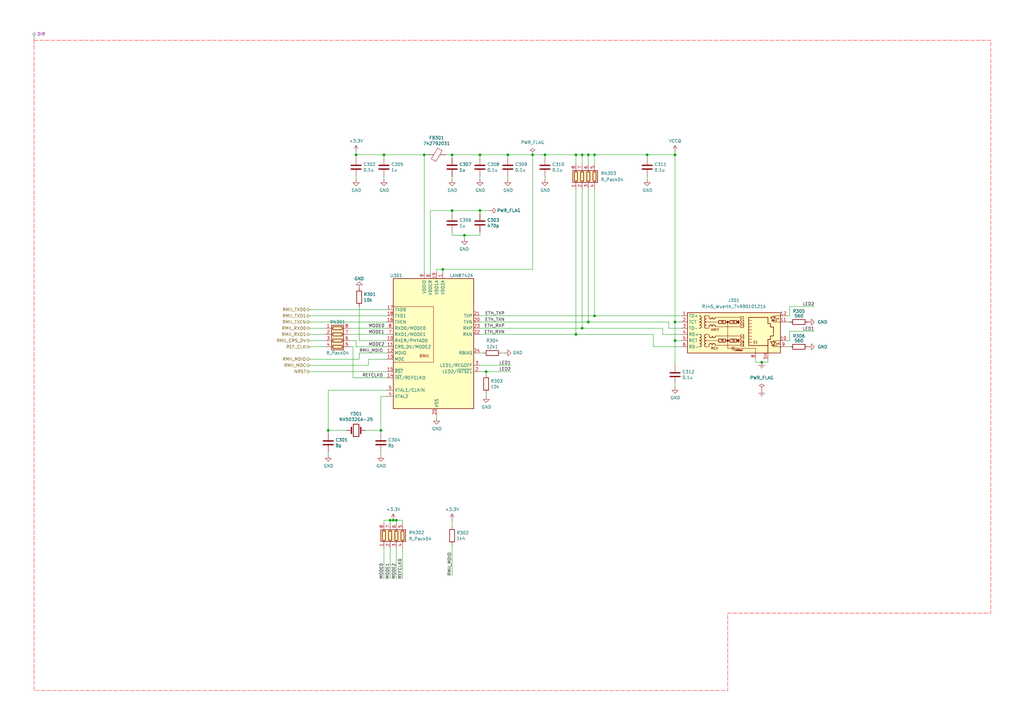
<source format=kicad_sch>
(kicad_sch (version 20250114) (generator "eeschema") (generator_version "9.0")
  (paper "A3")
  (lib_symbols
    (symbol "Connector:RJ45_Wuerth_7499010121A"
      (property "Reference" "J" (at 17.78 10.16 0))
      (property "Value" "RJ45_Wuerth_7499010121A" (at -6.35 10.16 0))
      (symbol "RJ45_Wuerth_7499010121A_0_0"
        (circle (center -1.27 5.08) (radius 0.0001) (stroke (width 0.508)))
        (polyline (pts (xy -1.27 5.08) (xy -1.27 -5.715)))
        (circle (center -1.27 -2.54) (radius 0.0001) (stroke (width 0.508)))
        (polyline (pts (xy 0.635 -5.08) (xy 0.635 -6.35)) (stroke (width 0.254)))
        (polyline (pts (xy 1.27 -5.08) (xy 1.27 -6.35)) (stroke (width 0.254)))
        (polyline (pts (xy 3.048 5.08) (xy 2.54 5.08)))
        (circle (center 3.048 5.08) (radius 0.0001) (stroke (width 0.508)))
        (polyline (pts (xy 3.048 -2.54) (xy 2.54 -2.54)))
        (circle (center 3.048 -2.54) (radius 0.0001) (stroke (width 0.508)))
        (polyline (pts (xy 3.683 5.715) (xy 3.048 5.715) (xy 3.048 4.445) (xy 3.683 4.445)))
        (polyline (pts (xy 3.683 -1.905) (xy 3.048 -1.905) (xy 3.048 -3.175) (xy 3.683 -3.175)))
        (polyline (pts (xy 17.399 7.112) (xy 17.399 7.62) (xy 20.32 7.62)))
        (polyline (pts (xy 17.399 -3.048) (xy 17.399 -2.54) (xy 20.32 -2.54)))
        (polyline (pts (xy 20.32 5.08) (xy 17.399 5.08) (xy 17.399 5.588)))
        (polyline (pts (xy 20.32 -5.08) (xy 17.399 -5.08) (xy 17.399 -4.572)))
        (text "XMIT" (at -8.255 1.905 0) (effects (font (size 1.016 1.016)) (justify left)))
        (text "RCV" (at -8.255 -5.715 0) (effects (font (size 1.016 1.016)) (justify left)))
        (text "C1" (at 4.699 6.985 0) (effects (font (size 0.889 0.889))))
        (text "C4" (at 4.699 5.715 0) (effects (font (size 0.889 0.889))))
        (text "C5" (at 4.699 4.445 0) (effects (font (size 0.889 0.889))))
        (text "C2" (at 4.699 3.175 0) (effects (font (size 0.889 0.889))))
        (text "C3" (at 4.699 -0.635 0) (effects (font (size 0.889 0.889))))
        (text "C7" (at 4.699 -1.905 0) (effects (font (size 0.889 0.889))))
        (text "C8" (at 4.699 -3.175 0) (effects (font (size 0.889 0.889))))
        (text "C6" (at 4.699 -4.445 0) (effects (font (size 0.889 0.889))))
        (text "C1" (at 10.16 -3.175 0) (effects (font (size 0.889 0.889))))
      )
      (symbol "RJ45_Wuerth_7499010121A_0_1"
        (rectangle (start -17.78 8.89) (end 20.32 -7.62) (stroke (width 0.254)) (fill (type background)))
        (polyline (pts (xy -12.7 7.62) (xy -13.081 7.62)))
        (polyline (pts (xy -12.7 5.08) (xy -13.081 5.08)))
        (polyline (pts (xy -12.7 2.54) (xy -13.081 2.54)))
        (polyline (pts (xy -12.7 0) (xy -13.081 0)))
        (polyline (pts (xy -12.7 -2.54) (xy -13.081 -2.54)))
        (polyline (pts (xy -12.7 -5.08) (xy -13.081 -5.08)))
        (polyline (pts (xy -10.16 7.62) (xy -8.89 7.62) (xy -8.89 6.985)))
        (polyline (pts (xy -10.16 0) (xy -8.89 0) (xy -8.89 -0.635)))
        (polyline (pts (xy -8.89 3.175) (xy -8.89 2.54) (xy -10.16 2.54)))
        (polyline (pts (xy -8.89 -4.445) (xy -8.89 -5.08) (xy -10.16 -5.08)))
        (polyline (pts (xy -6.35 6.985) (xy 3.683 6.985)))
        (polyline (pts (xy -6.35 3.175) (xy 3.683 3.175)))
        (polyline (pts (xy -6.35 -4.445) (xy 3.683 -4.445)))
        (polyline (pts (xy -6.223 -0.635) (xy 3.683 -0.635)))
        (polyline (pts (xy -5.08 -2.54) (xy -10.16 -2.54)))
        (polyline (pts (xy -4.953 5.08) (xy -10.16 5.08)))
        (polyline (pts (xy -2.159 5.08) (xy -0.381 5.08)))
        (polyline (pts (xy -2.159 -2.54) (xy -0.381 -2.54)))
        (polyline (pts (xy 0.635 -5.715) (xy -1.27 -5.715)))
        (polyline (pts (xy 7.366 3.175) (xy 8.636 3.175)))
        (polyline (pts (xy 7.366 1.905) (xy 8.636 1.905)))
        (polyline (pts (xy 7.366 0.635) (xy 8.636 0.635)))
        (polyline (pts (xy 7.366 -0.762) (xy 8.636 -0.762)))
        (polyline (pts (xy 7.366 -2.032) (xy 8.636 -2.032)))
        (polyline (pts (xy 8.636 5.715) (xy 7.366 5.715)))
        (polyline (pts (xy 8.636 4.445) (xy 7.366 4.445)))
        (polyline (pts (xy 8.636 -3.302) (xy 7.366 -3.302)))
        (polyline (pts (xy 10.16 -5.715) (xy 1.27 -5.715)))
        (polyline (pts (xy 10.16 -5.715) (xy 10.16 -7.62)))
      )
      (symbol "RJ45_Wuerth_7499010121A_1_0"
        (text "1000pF" (at 3.302 -6.477 0) (effects (font (size 0.635 0.635))))
      )
      (symbol "RJ45_Wuerth_7499010121A_1_1"
        (arc (start -12.7 0) (mid -12.0677 -0.635) (end -12.7 -1.27) (stroke (width 0.254)))
        (arc (start -12.6973 7.62) (mid -12.065 6.985) (end -12.6973 6.35) (stroke (width 0.254)))
        (arc (start -12.6973 -1.27) (mid -12.065 -1.905) (end -12.6973 -2.54) (stroke (width 0.254)))
        (arc (start -12.6973 -2.54) (mid -12.065 -3.175) (end -12.6973 -3.81) (stroke (width 0.254)))
        (arc (start -12.6973 -3.81) (mid -12.065 -4.445) (end -12.6973 -5.08) (stroke (width 0.254)))
        (arc (start -12.6946 6.35) (mid -12.0623 5.715) (end -12.6946 5.08) (stroke (width 0.254)))
        (arc (start -12.6946 5.08) (mid -12.0623 4.445) (end -12.6946 3.81) (stroke (width 0.254)))
        (arc (start -12.6946 3.81) (mid -12.0623 3.175) (end -12.6946 2.54) (stroke (width 0.254)))
        (arc (start -10.1654 6.35) (mid -10.7977 6.985) (end -10.1654 7.62) (stroke (width 0.254)))
        (arc (start -10.1654 5.08) (mid -10.7977 5.715) (end -10.1654 6.35) (stroke (width 0.254)))
        (arc (start -10.1654 3.81) (mid -10.7977 4.445) (end -10.1654 5.08) (stroke (width 0.254)))
        (arc (start -10.1654 -1.27) (mid -10.7977 -0.635) (end -10.1654 0) (stroke (width 0.254)))
        (arc (start -10.1654 -2.54) (mid -10.7977 -1.905) (end -10.1654 -1.27) (stroke (width 0.254)))
        (arc (start -10.1654 -3.81) (mid -10.7977 -3.175) (end -10.1654 -2.54) (stroke (width 0.254)))
        (arc (start -10.1627 2.54) (mid -10.795 3.175) (end -10.1627 3.81) (stroke (width 0.254)))
        (arc (start -10.1627 -5.08) (mid -10.795 -4.445) (end -10.1627 -3.81) (stroke (width 0.254)))
        (arc (start -7.62 6.9823) (mid -8.255 6.35) (end -8.89 6.9823) (stroke (width 0.254)))
        (arc (start -8.89 3.3047) (mid -8.255 3.937) (end -7.62 3.3047) (stroke (width 0.254)))
        (arc (start -8.89 -4.3153) (mid -8.255 -3.683) (end -7.62 -4.3153) (stroke (width 0.254)))
        (arc (start -7.5565 -0.7012) (mid -8.1915 -1.3335) (end -8.8265 -0.7012) (stroke (width 0.254)))
        (arc (start -6.35 6.985) (mid -6.985 6.3527) (end -7.62 6.985) (stroke (width 0.254)))
        (arc (start -7.62 3.3074) (mid -6.985 3.9397) (end -6.35 3.3074) (stroke (width 0.254)))
        (arc (start -7.62 -4.3126) (mid -6.985 -3.6803) (end -6.35 -4.3126) (stroke (width 0.254)))
        (arc (start -6.2865 -0.6985) (mid -6.9215 -1.3308) (end -7.5565 -0.6985) (stroke (width 0.254)))
        (rectangle (start -4.953 5.715) (end -2.159 4.445) (stroke (width 0.254)))
        (rectangle (start -4.953 -1.905) (end -2.159 -3.175) (stroke (width 0.254)))
        (rectangle (start -0.381 5.715) (end 2.413 4.445) (stroke (width 0.254)))
        (rectangle (start -0.381 -1.905) (end 2.413 -3.175) (stroke (width 0.254)))
        (polyline (pts (xy 7.366 -4.572) (xy 7.366 6.985) (xy 15.24 6.985) (xy 15.24 4.445) (xy 16.256 4.445) (xy 16.256 3.048) (xy 17.526 3.048) (xy 17.526 -0.635) (xy 16.256 -0.635) (xy 16.256 -2.032) (xy 15.24 -2.032) (xy 15.24 -4.572) (xy 7.366 -4.572)) (stroke (width 0.254)))
        (polyline (pts (xy 15.24 -7.62) (xy 15.24 -4.572)) (stroke (width 0.254)))
        (polyline (pts (xy 18.161 5.588) (xy 16.637 5.588)) (stroke (width 0.254)))
        (polyline (pts (xy 18.161 -4.572) (xy 16.637 -4.572)) (stroke (width 0.254)))
        (polyline (pts (xy 18.288 7.112) (xy 16.383 7.112) (xy 17.399 5.588) (xy 18.288 7.112)) (stroke (width 0.254)))
        (polyline (pts (xy 18.288 6.096) (xy 18.796 5.588) (xy 18.542 5.588)))
        (polyline (pts (xy 18.288 -3.048) (xy 16.383 -3.048) (xy 17.399 -4.572) (xy 18.288 -3.048)) (stroke (width 0.254)))
        (polyline (pts (xy 18.288 -4.064) (xy 18.796 -4.572) (xy 18.542 -4.572)))
        (polyline (pts (xy 18.542 6.731) (xy 19.05 6.223) (xy 18.796 6.223)))
        (polyline (pts (xy 18.542 -3.429) (xy 19.05 -3.937) (xy 18.796 -3.937)))
        (polyline (pts (xy 18.796 5.588) (xy 18.796 5.842)))
        (polyline (pts (xy 18.796 -4.572) (xy 18.796 -4.318)))
        (polyline (pts (xy 19.05 6.223) (xy 19.05 6.477)))
        (polyline (pts (xy 19.05 -3.937) (xy 19.05 -3.683)))
        (text "75" (at -3.556 5.08 0) (effects (font (size 0.635 0.635))))
        (text "75" (at -3.556 -2.54 0) (effects (font (size 0.635 0.635))))
        (text "75" (at 1.016 5.08 0) (effects (font (size 0.635 0.635))))
        (text "75" (at 1.016 -2.54 0) (effects (font (size 0.635 0.635))))
        (text "Y" (at 19.558 6.35 0) (effects (font (size 0.635 0.635))))
        (text "G" (at 19.685 -3.81 0) (effects (font (size 0.635 0.635))))
        (pin passive line (at -20.32 7.62 0) (length 2.54) (name "TD+") (number "1"))
        (pin passive line (at -20.32 5.08 0) (length 2.54) (name "TCT") (number "2"))
        (pin passive line (at -20.32 2.54 0) (length 2.54) (name "TD-") (number "3"))
        (pin passive line (at -20.32 0 0) (length 2.54) (name "RD+") (number "4"))
        (pin passive line (at -20.32 -2.54 0) (length 2.54) (name "RCT") (number "5"))
        (pin passive line (at -20.32 -5.08 0) (length 2.54) (name "RD-") (number "6"))
        (pin power_in line (at 10.16 -10.16 90) (length 2.54) (name "") (number "8"))
        (pin passive line (at 15.24 -10.16 90) (length 2.54) (name "") (number "SH"))
        (pin no_connect line (at 20.32 0 0) (length 0) (hide yes) (name "NC") (number "7"))
        (pin passive line (at 22.86 7.62 180) (length 2.54) (name "") (number "12"))
        (pin passive line (at 22.86 5.08 180) (length 2.54) (name "") (number "11"))
        (pin passive line (at 22.86 -2.54 180) (length 2.54) (name "") (number "10"))
        (pin passive line (at 22.86 -5.08 180) (length 2.54) (name "") (number "9"))
      )
    )
    (symbol "Device:C" (pin_numbers (hide yes)) (pin_names (offset 0.254))
      (property "Reference" "C" (at 0.635 2.54 0))
      (property "Value" "C" (at 0.635 -2.54 0))
      (symbol "C_0_1"
        (polyline (pts (xy -2.032 0.762) (xy 2.032 0.762)) (stroke (width 0.508)))
        (polyline (pts (xy -2.032 -0.762) (xy 2.032 -0.762)) (stroke (width 0.508)))
      )
      (symbol "C_1_1"
        (pin passive line (at 0 3.81 270) (length 2.794) (name "~") (number "1"))
        (pin passive line (at 0 -3.81 90) (length 2.794) (name "~") (number "2"))
      )
    )
    (symbol "Device:Crystal" (pin_numbers (hide yes)) (pin_names (offset 1.016) (hide yes))
      (property "Reference" "Y" (at 0 3.81 0))
      (property "Value" "Crystal" (at 0 -3.81 0))
      (symbol "Crystal_0_1"
        (polyline (pts (xy -2.54 0) (xy -1.905 0)))
        (polyline (pts (xy -1.905 -1.27) (xy -1.905 1.27)) (stroke (width 0.508)))
        (rectangle (start -1.143 2.54) (end 1.143 -2.54) (stroke (width 0.3048)))
        (polyline (pts (xy 1.905 -1.27) (xy 1.905 1.27)) (stroke (width 0.508)))
        (polyline (pts (xy 2.54 0) (xy 1.905 0)))
      )
      (symbol "Crystal_1_1"
        (pin passive line (at -3.81 0 0) (length 1.27) (name "1") (number "1"))
        (pin passive line (at 3.81 0 180) (length 1.27) (name "2") (number "2"))
      )
    )
    (symbol "Device:FerriteBead" (pin_numbers (hide yes)) (pin_names (offset 0))
      (property "Reference" "FB" (at -3.81 0.635 90))
      (property "Value" "FerriteBead" (at 3.81 0 90))
      (symbol "FerriteBead_0_1"
        (polyline (pts (xy -2.7686 0.4064) (xy -1.7018 2.2606) (xy 2.7686 -0.3048) (xy 1.6764 -2.159) (xy -2.7686 0.4064)))
        (polyline (pts (xy 0 1.27) (xy 0 1.2954)))
        (polyline (pts (xy 0 -1.27) (xy 0 -1.2192)))
      )
      (symbol "FerriteBead_1_1"
        (pin passive line (at 0 3.81 270) (length 2.54) (name "~") (number "1"))
        (pin passive line (at 0 -3.81 90) (length 2.54) (name "~") (number "2"))
      )
    )
    (symbol "Device:R" (pin_numbers (hide yes)) (pin_names (offset 0))
      (property "Reference" "R" (at 2.032 0 90))
      (property "Value" "R" (at 0 0 90))
      (symbol "R_0_1"
        (rectangle (start -1.016 -2.54) (end 1.016 2.54) (stroke (width 0.254)))
      )
      (symbol "R_1_1"
        (pin passive line (at 0 3.81 270) (length 1.27) (name "~") (number "1"))
        (pin passive line (at 0 -3.81 90) (length 1.27) (name "~") (number "2"))
      )
    )
    (symbol "Device:R_Pack04" (pin_names (offset 0) (hide yes))
      (property "Reference" "RN" (at -7.62 0 90))
      (property "Value" "R_Pack04" (at 5.08 0 90))
      (symbol "R_Pack04_0_1"
        (rectangle (start -6.35 -2.413) (end 3.81 2.413) (stroke (width 0.254)) (fill (type background)))
        (rectangle (start -5.715 1.905) (end -4.445 -1.905) (stroke (width 0.254)))
        (polyline (pts (xy -5.08 1.905) (xy -5.08 2.54)))
        (polyline (pts (xy -5.08 -2.54) (xy -5.08 -1.905)))
        (rectangle (start -3.175 1.905) (end -1.905 -1.905) (stroke (width 0.254)))
        (polyline (pts (xy -2.54 1.905) (xy -2.54 2.54)))
        (polyline (pts (xy -2.54 -2.54) (xy -2.54 -1.905)))
        (rectangle (start -0.635 1.905) (end 0.635 -1.905) (stroke (width 0.254)))
        (polyline (pts (xy 0 1.905) (xy 0 2.54)))
        (polyline (pts (xy 0 -2.54) (xy 0 -1.905)))
        (rectangle (start 1.905 1.905) (end 3.175 -1.905) (stroke (width 0.254)))
        (polyline (pts (xy 2.54 1.905) (xy 2.54 2.54)))
        (polyline (pts (xy 2.54 -2.54) (xy 2.54 -1.905)))
      )
      (symbol "R_Pack04_1_1"
        (pin passive line (at -5.08 5.08 270) (length 2.54) (name "R1.2") (number "8"))
        (pin passive line (at -5.08 -5.08 90) (length 2.54) (name "R1.1") (number "1"))
        (pin passive line (at -2.54 5.08 270) (length 2.54) (name "R2.2") (number "7"))
        (pin passive line (at -2.54 -5.08 90) (length 2.54) (name "R2.1") (number "2"))
        (pin passive line (at 0 5.08 270) (length 2.54) (name "R3.2") (number "6"))
        (pin passive line (at 0 -5.08 90) (length 2.54) (name "R3.1") (number "3"))
        (pin passive line (at 2.54 5.08 270) (length 2.54) (name "R4.2") (number "5"))
        (pin passive line (at 2.54 -5.08 90) (length 2.54) (name "R4.1") (number "4"))
      )
    )
    (symbol "Interface_Ethernet:LAN8742A"
      (property "Reference" "U" (at -13.97 29.21 0))
      (property "Value" "LAN8742A" (at 15.24 29.21 0))
      (symbol "LAN8742A_0_0"
        (text "RMII" (at -5.08 -3.81 0) (effects (font (size 1.27 1.27))))
      )
      (symbol "LAN8742A_0_1"
        (rectangle (start -17.78 27.94) (end 15.24 -25.4) (stroke (width 0.254)) (fill (type background)))
        (polyline (pts (xy -17.78 -6.35) (xy -1.27 -6.35) (xy -1.27 16.51) (xy -17.78 16.51)))
      )
      (symbol "LAN8742A_1_1"
        (pin input line (at -20.32 15.24 0) (length 2.54) (name "TXD0") (number "17"))
        (pin input line (at -20.32 12.7 0) (length 2.54) (name "TXD1") (number "18"))
        (pin input line (at -20.32 10.16 0) (length 2.54) (name "TXEN") (number "16"))
        (pin bidirectional line (at -20.32 7.62 0) (length 2.54) (name "RXD0/MODE0") (number "8"))
        (pin bidirectional line (at -20.32 5.08 0) (length 2.54) (name "RXD1/MODE1") (number "7"))
        (pin output line (at -20.32 2.54 0) (length 2.54) (name "RXER/PHYAD0") (number "10"))
        (pin bidirectional line (at -20.32 0 0) (length 2.54) (name "CRS_DV/MODE2") (number "11"))
        (pin bidirectional line (at -20.32 -2.54 0) (length 2.54) (name "MDIO") (number "12"))
        (pin input line (at -20.32 -5.08 0) (length 2.54) (name "MDC") (number "13"))
        (pin input line (at -20.32 -10.16 0) (length 2.54) (name "~{RST}") (number "15"))
        (pin output line (at -20.32 -12.7 0) (length 2.54) (name "~{INT}/REFCLKO") (number "14"))
        (pin input line (at -20.32 -17.78 0) (length 2.54) (name "XTAL1/CLKIN") (number "5"))
        (pin output line (at -20.32 -20.32 0) (length 2.54) (name "XTAL2") (number "4"))
        (pin power_in line (at -5.08 30.48 270) (length 2.54) (name "VDDIO") (number "9"))
        (pin power_in line (at -2.54 30.48 270) (length 2.54) (name "VDDCR") (number "6"))
        (pin power_in line (at 0 30.48 270) (length 2.54) (name "VDD1A") (number "19"))
        (pin power_in line (at 0 -27.94 90) (length 2.54) (name "VSS") (number "25"))
        (pin power_in line (at 2.54 30.48 270) (length 2.54) (name "VDD2A") (number "1"))
        (pin passive line (at 17.78 12.7 180) (length 2.54) (name "TXP") (number "21"))
        (pin passive line (at 17.78 10.16 180) (length 2.54) (name "TXN") (number "20"))
        (pin passive line (at 17.78 7.62 180) (length 2.54) (name "RXP") (number "23"))
        (pin passive line (at 17.78 5.08 180) (length 2.54) (name "RXN") (number "22"))
        (pin passive line (at 17.78 -2.54 180) (length 2.54) (name "RBIAS") (number "24"))
        (pin bidirectional line (at 17.78 -7.62 180) (length 2.54) (name "LED1/REGOFF") (number "3"))
        (pin bidirectional line (at 17.78 -10.16 180) (length 2.54) (name "LED2/~{INTSEL}") (number "2"))
      )
    )
    (symbol "power:+3.3V" (power) (pin_numbers (hide yes)) (pin_names (offset 0) (hide yes))
      (property "Value" "+3.3V" (at 0 3.556 0))
      (symbol "+3.3V_0_1"
        (polyline (pts (xy -0.762 1.27) (xy 0 2.54)))
        (polyline (pts (xy 0 2.54) (xy 0.762 1.27)))
        (polyline (pts (xy 0 0) (xy 0 2.54)))
      )
      (symbol "+3.3V_1_1"
        (pin power_in line (at 0 0 90) (length 0) (name "~") (number "1"))
      )
    )
    (symbol "power:Earth" (power) (pin_numbers (hide yes)) (pin_names (offset 0) (hide yes))
      (property "Value" "Earth" (at 0 -3.81 0))
      (symbol "Earth_0_1"
        (polyline (pts (xy -0.635 -1.905) (xy 0.635 -1.905)))
        (polyline (pts (xy -0.127 -2.54) (xy 0.127 -2.54)))
        (polyline (pts (xy 0 -1.27) (xy 0 0)))
        (polyline (pts (xy 1.27 -1.27) (xy -1.27 -1.27)))
      )
      (symbol "Earth_1_1"
        (pin power_in line (at 0 0 270) (length 0) (name "~") (number "1"))
      )
    )
    (symbol "power:GND" (power) (pin_numbers (hide yes)) (pin_names (offset 0) (hide yes))
      (property "Value" "GND" (at 0 -3.81 0))
      (symbol "GND_0_1"
        (polyline (pts (xy 0 0) (xy 0 -1.27) (xy 1.27 -1.27) (xy 0 -2.54) (xy -1.27 -1.27) (xy 0 -1.27)))
      )
      (symbol "GND_1_1"
        (pin power_in line (at 0 0 270) (length 0) (name "~") (number "1"))
      )
    )
    (symbol "power:PWR_FLAG" (power) (pin_numbers (hide yes)) (pin_names (offset 0) (hide yes))
      (property "Value" "PWR_FLAG" (at 0 3.81 0))
      (symbol "PWR_FLAG_0_0"
        (pin power_out line (at 0 0 90) (length 0) (name "~") (number "1"))
      )
      (symbol "PWR_FLAG_0_1"
        (polyline (pts (xy 0 0) (xy 0 1.27) (xy -1.016 1.905) (xy 0 2.54) (xy 1.016 1.905) (xy 0 1.27)))
      )
    )
    (symbol "power:VCCQ" (power) (pin_numbers (hide yes)) (pin_names (offset 0) (hide yes))
      (property "Value" "VCCQ" (at 0 3.556 0))
      (symbol "VCCQ_0_1"
        (polyline (pts (xy -0.762 1.27) (xy 0 2.54)))
        (polyline (pts (xy 0 2.54) (xy 0.762 1.27)))
        (polyline (pts (xy 0 0) (xy 0 2.54)))
      )
      (symbol "VCCQ_1_1"
        (pin power_in line (at 0 0 90) (length 0) (name "~") (number "1"))
      )
    )
  )
  (junction (at 156.21 176.53))
  (junction (at 160.02 213.36))
  (junction (at 199.39 152.4))
  (junction (at 196.85 63.5))
  (junction (at 241.3 132.08))
  (junction (at 223.52 63.5))
  (junction (at 241.3 63.5))
  (junction (at 146.05 63.5))
  (junction (at 134.62 176.53))
  (junction (at 243.84 63.5))
  (junction (at 238.76 63.5))
  (junction (at 185.42 63.5))
  (junction (at 173.99 63.5))
  (junction (at 157.48 63.5))
  (junction (at 243.84 129.54))
  (junction (at 218.44 63.5))
  (junction (at 265.43 63.5))
  (junction (at 208.28 63.5))
  (junction (at 312.42 148.59))
  (junction (at 236.22 137.16))
  (junction (at 276.86 132.08))
  (junction (at 238.76 134.62))
  (junction (at 185.42 86.36))
  (junction (at 236.22 63.5))
  (junction (at 181.61 110.49))
  (junction (at 276.86 63.5))
  (junction (at 276.86 139.7))
  (junction (at 161.29 213.36))
  (junction (at 162.56 213.36))
  (junction (at 196.85 86.36))
  (junction (at 190.5 96.52))
  (wire (pts (xy 185.42 64.77) (xy 185.42 63.5)))
  (wire (pts (xy 199.39 162.56) (xy 199.39 161.29)))
  (wire (pts (xy 196.85 137.16) (xy 236.22 137.16)))
  (wire (pts (xy 133.35 134.62) (xy 127 134.62)))
  (wire (pts (xy 157.48 73.66) (xy 157.48 72.39)))
  (wire (pts (xy 190.5 96.52) (xy 190.5 97.79)))
  (wire (pts (xy 160.02 213.36) (xy 160.02 214.63)))
  (wire (pts (xy 309.88 147.32) (xy 309.88 148.59)))
  (wire (pts (xy 198.12 144.78) (xy 196.85 144.78)))
  (wire (pts (xy 276.86 139.7) (xy 276.86 132.08)))
  (wire (pts (xy 243.84 63.5) (xy 265.43 63.5)))
  (wire (pts (xy 223.52 73.66) (xy 223.52 72.39)))
  (wire (pts (xy 223.52 63.5) (xy 236.22 63.5)))
  (wire (pts (xy 127 137.16) (xy 133.35 137.16)))
  (wire (pts (xy 218.44 110.49) (xy 218.44 63.5)))
  (wire (pts (xy 173.99 63.5) (xy 173.99 111.76)))
  (wire (pts (xy 173.99 63.5) (xy 175.26 63.5)))
  (wire (pts (xy 127 127) (xy 158.75 127)))
  (wire (pts (xy 196.85 95.25) (xy 196.85 96.52)))
  (wire (pts (xy 157.48 63.5) (xy 173.99 63.5)))
  (wire (pts (xy 127 132.08) (xy 158.75 132.08)))
  (wire (pts (xy 271.78 134.62) (xy 271.78 137.16)))
  (wire (pts (xy 196.85 86.36) (xy 200.66 86.36)))
  (wire (pts (xy 276.86 158.75) (xy 276.86 157.48)))
  (wire (pts (xy 243.84 129.54) (xy 279.4 129.54)))
  (wire (pts (xy 127 147.32) (xy 147.32 147.32)))
  (wire (pts (xy 241.3 77.47) (xy 241.3 132.08)))
  (wire (pts (xy 162.56 224.79) (xy 162.56 237.49)))
  (wire (pts (xy 127 142.24) (xy 133.35 142.24)))
  (wire (pts (xy 265.43 73.66) (xy 265.43 72.39)))
  (wire (pts (xy 134.62 185.42) (xy 134.62 186.69)))
  (wire (pts (xy 208.28 73.66) (xy 208.28 72.39)))
  (wire (pts (xy 185.42 87.63) (xy 185.42 86.36)))
  (wire (pts (xy 276.86 149.86) (xy 276.86 139.7)))
  (wire (pts (xy 196.85 73.66) (xy 196.85 72.39)))
  (wire (pts (xy 241.3 63.5) (xy 241.3 67.31)))
  (wire (pts (xy 265.43 63.5) (xy 276.86 63.5)))
  (wire (pts (xy 199.39 152.4) (xy 209.55 152.4)))
  (wire (pts (xy 185.42 86.36) (xy 176.53 86.36)))
  (wire (pts (xy 146.05 62.23) (xy 146.05 63.5)))
  (wire (pts (xy 322.58 142.24) (xy 323.85 142.24)))
  (wire (pts (xy 218.44 63.5) (xy 223.52 63.5)))
  (wire (pts (xy 238.76 63.5) (xy 238.76 67.31)))
  (wire (pts (xy 143.51 137.16) (xy 158.75 137.16)))
  (wire (pts (xy 322.58 132.08) (xy 323.85 132.08)))
  (wire (pts (xy 334.01 125.73) (xy 323.85 125.73)))
  (wire (pts (xy 238.76 77.47) (xy 238.76 134.62)))
  (wire (pts (xy 156.21 176.53) (xy 156.21 162.56)))
  (wire (pts (xy 179.07 171.45) (xy 179.07 170.18)))
  (wire (pts (xy 157.48 213.36) (xy 160.02 213.36)))
  (wire (pts (xy 276.86 63.5) (xy 276.86 132.08)))
  (wire (pts (xy 157.48 214.63) (xy 157.48 213.36)))
  (wire (pts (xy 127 139.7) (xy 133.35 139.7)))
  (wire (pts (xy 309.88 148.59) (xy 312.42 148.59)))
  (wire (pts (xy 147.32 125.73) (xy 147.32 139.7)))
  (wire (pts (xy 127 149.86) (xy 151.13 149.86)))
  (wire (pts (xy 165.1 224.79) (xy 165.1 237.49)))
  (wire (pts (xy 162.56 213.36) (xy 162.56 214.63)))
  (wire (pts (xy 144.78 154.94) (xy 158.75 154.94)))
  (wire (pts (xy 196.85 152.4) (xy 199.39 152.4)))
  (wire (pts (xy 323.85 129.54) (xy 323.85 125.73)))
  (wire (pts (xy 196.85 64.77) (xy 196.85 63.5)))
  (wire (pts (xy 158.75 139.7) (xy 147.32 139.7)))
  (wire (pts (xy 312.42 148.59) (xy 314.96 148.59)))
  (wire (pts (xy 144.78 142.24) (xy 144.78 154.94)))
  (wire (pts (xy 208.28 63.5) (xy 196.85 63.5)))
  (wire (pts (xy 196.85 129.54) (xy 243.84 129.54)))
  (wire (pts (xy 156.21 162.56) (xy 158.75 162.56)))
  (wire (pts (xy 223.52 64.77) (xy 223.52 63.5)))
  (wire (pts (xy 265.43 64.77) (xy 265.43 63.5)))
  (wire (pts (xy 196.85 96.52) (xy 190.5 96.52)))
  (wire (pts (xy 157.48 64.77) (xy 157.48 63.5)))
  (wire (pts (xy 151.13 147.32) (xy 158.75 147.32)))
  (wire (pts (xy 156.21 177.8) (xy 156.21 176.53)))
  (wire (pts (xy 322.58 129.54) (xy 323.85 129.54)))
  (wire (pts (xy 218.44 63.5) (xy 208.28 63.5)))
  (wire (pts (xy 276.86 132.08) (xy 279.4 132.08)))
  (wire (pts (xy 127 152.4) (xy 158.75 152.4)))
  (wire (pts (xy 185.42 223.52) (xy 185.42 236.22)))
  (wire (pts (xy 156.21 186.69) (xy 156.21 185.42)))
  (wire (pts (xy 143.51 134.62) (xy 158.75 134.62)))
  (wire (pts (xy 238.76 63.5) (xy 241.3 63.5)))
  (wire (pts (xy 147.32 147.32) (xy 147.32 144.78)))
  (wire (pts (xy 160.02 224.79) (xy 160.02 237.49)))
  (wire (pts (xy 185.42 63.5) (xy 182.88 63.5)))
  (wire (pts (xy 185.42 215.9) (xy 185.42 213.36)))
  (wire (pts (xy 143.51 142.24) (xy 144.78 142.24)))
  (wire (pts (xy 146.05 63.5) (xy 157.48 63.5)))
  (wire (pts (xy 243.84 77.47) (xy 243.84 129.54)))
  (wire (pts (xy 236.22 137.16) (xy 267.97 137.16)))
  (wire (pts (xy 276.86 139.7) (xy 279.4 139.7)))
  (wire (pts (xy 179.07 110.49) (xy 181.61 110.49)))
  (wire (pts (xy 274.32 134.62) (xy 279.4 134.62)))
  (wire (pts (xy 161.29 213.36) (xy 162.56 213.36)))
  (wire (pts (xy 134.62 160.02) (xy 134.62 176.53)))
  (wire (pts (xy 181.61 110.49) (xy 181.61 111.76)))
  (wire (pts (xy 196.85 63.5) (xy 185.42 63.5)))
  (wire (pts (xy 236.22 77.47) (xy 236.22 137.16)))
  (wire (pts (xy 158.75 160.02) (xy 134.62 160.02)))
  (wire (pts (xy 160.02 213.36) (xy 161.29 213.36)))
  (wire (pts (xy 334.01 135.89) (xy 323.85 135.89)))
  (wire (pts (xy 146.05 142.24) (xy 158.75 142.24)))
  (wire (pts (xy 181.61 110.49) (xy 218.44 110.49)))
  (wire (pts (xy 267.97 137.16) (xy 267.97 142.24)))
  (wire (pts (xy 236.22 63.5) (xy 236.22 67.31)))
  (wire (pts (xy 314.96 147.32) (xy 314.96 148.59)))
  (wire (pts (xy 323.85 135.89) (xy 323.85 139.7)))
  (wire (pts (xy 196.85 134.62) (xy 238.76 134.62)))
  (wire (pts (xy 274.32 132.08) (xy 274.32 134.62)))
  (wire (pts (xy 207.01 144.78) (xy 205.74 144.78)))
  (wire (pts (xy 196.85 132.08) (xy 241.3 132.08)))
  (wire (pts (xy 322.58 139.7) (xy 323.85 139.7)))
  (wire (pts (xy 143.51 139.7) (xy 146.05 139.7)))
  (wire (pts (xy 238.76 134.62) (xy 271.78 134.62)))
  (wire (pts (xy 162.56 213.36) (xy 165.1 213.36)))
  (wire (pts (xy 271.78 137.16) (xy 279.4 137.16)))
  (wire (pts (xy 149.86 176.53) (xy 156.21 176.53)))
  (wire (pts (xy 243.84 63.5) (xy 243.84 67.31)))
  (wire (pts (xy 146.05 73.66) (xy 146.05 72.39)))
  (wire (pts (xy 147.32 144.78) (xy 158.75 144.78)))
  (wire (pts (xy 196.85 86.36) (xy 185.42 86.36)))
  (wire (pts (xy 241.3 63.5) (xy 243.84 63.5)))
  (wire (pts (xy 241.3 132.08) (xy 274.32 132.08)))
  (wire (pts (xy 190.5 96.52) (xy 185.42 96.52)))
  (wire (pts (xy 185.42 96.52) (xy 185.42 95.25)))
  (wire (pts (xy 146.05 64.77) (xy 146.05 63.5)))
  (wire (pts (xy 276.86 62.23) (xy 276.86 63.5)))
  (wire (pts (xy 165.1 213.36) (xy 165.1 214.63)))
  (wire (pts (xy 134.62 176.53) (xy 142.24 176.53)))
  (wire (pts (xy 199.39 153.67) (xy 199.39 152.4)))
  (wire (pts (xy 127 129.54) (xy 158.75 129.54)))
  (wire (pts (xy 134.62 177.8) (xy 134.62 176.53)))
  (wire (pts (xy 196.85 149.86) (xy 209.55 149.86)))
  (wire (pts (xy 196.85 86.36) (xy 196.85 87.63)))
  (wire (pts (xy 236.22 63.5) (xy 238.76 63.5)))
  (wire (pts (xy 208.28 64.77) (xy 208.28 63.5)))
  (wire (pts (xy 179.07 111.76) (xy 179.07 110.49)))
  (wire (pts (xy 151.13 149.86) (xy 151.13 147.32)))
  (wire (pts (xy 267.97 142.24) (xy 279.4 142.24)))
  (wire (pts (xy 185.42 73.66) (xy 185.42 72.39)))
  (wire (pts (xy 176.53 86.36) (xy 176.53 111.76)))
  (wire (pts (xy 157.48 224.79) (xy 157.48 237.49)))
  (wire (pts (xy 146.05 139.7) (xy 146.05 142.24)))
  (label "ETH_TXP" (at 207.01 129.54 180))
  (label "MODE1" (at 160.02 237.49 90))
  (label "LED1" (at 334.01 135.89 180))
  (label "RMII_MDIO" (at 147.32 144.78 0))
  (label "LED2" (at 334.01 125.73 180))
  (label "MODE0" (at 157.48 237.49 90))
  (label "ETH_RXP" (at 207.01 134.62 180))
  (label "ETH_RXN" (at 207.01 137.16 180))
  (label "LED1" (at 209.55 149.86 180))
  (label "MODE1" (at 151.13 137.16 0))
  (label "MODE2" (at 151.13 142.24 0))
  (label "MODE0" (at 151.13 134.62 0))
  (label "RMII_MDIO" (at 185.42 236.22 90))
  (label "LED2" (at 209.55 152.4 180))
  (label "REFCLK0" (at 148.59 154.94 0))
  (label "REFCLK0" (at 165.1 237.49 90))
  (label "MODE2" (at 162.56 237.49 90))
  (label "ETH_TXN" (at 207.01 132.08 180))
  (hierarchical_label "RMII_TXD1" (shape bidirectional) (at 127 129.54 180))
  (hierarchical_label "REF_CLK" (shape bidirectional) (at 127 142.24 180))
  (hierarchical_label "RMII_MDIO" (shape bidirectional) (at 127 147.32 180))
  (hierarchical_label "RMII_CRS_DV" (shape bidirectional) (at 127 139.7 180))
  (hierarchical_label "RMII_RXD1" (shape bidirectional) (at 127 137.16 180))
  (hierarchical_label "RMII_MDC" (shape bidirectional) (at 127 149.86 180))
  (hierarchical_label "RMII_TXD0" (shape bidirectional) (at 127 127 180))
  (hierarchical_label "RMII_TXEN" (shape bidirectional) (at 127 132.08 180))
  (hierarchical_label "NRST" (shape bidirectional) (at 127 152.4 180))
  (hierarchical_label "RMII_RXD0" (shape bidirectional) (at 127 134.62 180))
  (rule_area (polyline (pts (xy 13.97 16.51) (xy 406.4 16.51) (xy 406.4 251.46) (xy 298.45 251.46) (xy 298.45 251.46) (xy 298.45 283.21) (xy 13.97 283.21)) (stroke (width 0) (type dash))))
  (netclass_flag "" (length 2.54) (shape round) (at 13.97 16.51 0) (property "Netclass" "DIR" (at 15.24 13.97 0) (effects (justify left))))
  (symbol (lib_id "Device:C") (at 156.21 181.61 0) (unit 1)
    (property "Reference" "C28" (at 159.131 180.4416 0) (effects (justify left)))
    (property "Value" "8p" (at 159.131 182.753 0) (effects (justify left)))
    (property "Footprint" "Capacitor_SMD:C_0603_1608Metric_Pad1.08x0.95mm_HandSolder" (effects (hide yes)))
    (instances (project "ETH1HMSR-SMS" (path "" (reference "C304") (unit 1))) (project "ETH1HMSR-SMS" (path "" (reference "C28") (unit 1))) (project "ETH1IRCAM1" (path "" (reference "C304") (unit 1))))
  )
  (symbol (lib_id "Device:R") (at 185.42 219.71 0) (unit 1)
    (property "Reference" "R11" (at 187.198 218.5416 0) (effects (justify left)))
    (property "Value" "1k4" (at 187.198 220.853 0) (effects (justify left)))
    (property "Footprint" "Resistor_SMD:R_0603_1608Metric_Pad0.98x0.95mm_HandSolder" (effects (hide yes)))
    (instances (project "ETH1HMSR-SMS" (path "" (reference "R302") (unit 1))) (project "ETH1HMSR-SMS" (path "" (reference "R11") (unit 1))) (project "ETH1IRCAM1" (path "" (reference "R310") (unit 1))))
  )
  (symbol (lib_id "Device:C") (at 196.85 68.58 0) (unit 1)
    (property "Reference" "C20" (at 199.771 67.4116 0) (effects (justify left)))
    (property "Value" "0.1u" (at 199.771 69.723 0) (effects (justify left)))
    (property "Footprint" "Capacitor_SMD:C_0603_1608Metric_Pad1.08x0.95mm_HandSolder" (effects (hide yes)))
    (instances (project "ETH1HMSR-SMS" (path "" (reference "C308") (unit 1))) (project "ETH1HMSR-SMS" (path "" (reference "C20") (unit 1))) (project "ETH1IRCAM1" (path "" (reference "C308") (unit 1))))
  )
  (symbol (lib_id "power:PWR_FLAG") (at 312.42 160.02 0) (unit 1)
    (property "Reference" "#FLG05" (effects (hide yes)))
    (property "Value" "PWR_FLAG" (at 312.42 154.94 0))
    (property "Description" "Special symbol for telling ERC where power comes from" (effects (hide yes)))
    (instances (project "ETH1HMSR-SMS" (path "" (reference "#FLG0304") (unit 1))) (project "ETH1HMSR-SMS" (path "" (reference "#FLG05") (unit 1))) (project "ETH1IRCAM1" (path "" (reference "#FLG0303") (unit 1))))
  )
  (symbol (lib_id "Device:R") (at 327.66 132.08 90) (unit 1)
    (property "Reference" "R7" (at 327.66 127.635 90))
    (property "Value" "560" (at 327.66 129.54 90))
    (property "Footprint" "Resistor_SMD:R_0603_1608Metric_Pad0.98x0.95mm_HandSolder" (effects (hide yes)))
    (instances (project "ETH1HMSR-SMS" (path "" (reference "R305") (unit 1))) (project "ETH1HMSR-SMS" (path "" (reference "R7") (unit 1))) (project "ETH1IRCAM1" (path "" (reference "R317") (unit 1))))
  )
  (symbol (lib_id "power:GND") (at 265.43 73.66 0) (unit 1)
    (property "Reference" "#PWR037" (effects (hide yes)))
    (property "Value" "GND" (at 265.557 78.0542 0))
    (property "Description" "Power symbol creates a global label with name \"GND\" , ground" (effects (hide yes)))
    (instances (project "ETH1HMSR-SMS" (path "" (reference "#PWR0317") (unit 1))) (project "ETH1HMSR-SMS" (path "" (reference "#PWR037") (unit 1))) (project "ETH1IRCAM1" (path "" (reference "#PWR0316") (unit 1))))
  )
  (symbol (lib_id "power:+3.3V") (at 146.05 62.23 0) (unit 1)
    (property "Reference" "#PWR029" (effects (hide yes)))
    (property "Value" "+3.3V" (at 146.05 57.785 0))
    (property "Description" "Power symbol creates a global label with name \"+3.3V\"" (effects (hide yes)))
    (instances (project "ETH1HMSR-SMS" (path "" (reference "#PWR0302") (unit 1))) (project "ETH1HMSR-SMS" (path "" (reference "#PWR029") (unit 1))) (project "ETH1IRCAM1" (path "" (reference "#PWR0303") (unit 1))))
  )
  (symbol (lib_id "Device:C") (at 185.42 68.58 0) (unit 1)
    (property "Reference" "C19" (at 188.341 67.4116 0) (effects (justify left)))
    (property "Value" "1u" (at 188.341 69.723 0) (effects (justify left)))
    (property "Footprint" "Capacitor_SMD:C_0603_1608Metric_Pad1.08x0.95mm_HandSolder" (effects (hide yes)))
    (instances (project "ETH1HMSR-SMS" (path "" (reference "C307") (unit 1))) (project "ETH1HMSR-SMS" (path "" (reference "C19") (unit 1))) (project "ETH1IRCAM1" (path "" (reference "C307") (unit 1))))
  )
  (symbol (lib_id "power:+3.3V") (at 161.29 213.36 0) (unit 1)
    (property "Reference" "#PWR050" (effects (hide yes)))
    (property "Value" "+3.3V" (at 161.29 208.915 0))
    (property "Description" "Power symbol creates a global label with name \"+3.3V\"" (effects (hide yes)))
    (instances (project "ETH1HMSR-SMS" (path "" (reference "#PWR0308") (unit 1))) (project "ETH1HMSR-SMS" (path "" (reference "#PWR050") (unit 1))) (project "ETH1IRCAM1" (path "" (reference "#PWR0309") (unit 1))))
  )
  (symbol (lib_id "Device:C") (at 196.85 91.44 0) (unit 1)
    (property "Reference" "C25" (at 199.771 90.2716 0) (effects (justify left)))
    (property "Value" "470p" (at 199.771 92.583 0) (effects (justify left)))
    (property "Footprint" "Capacitor_SMD:C_0603_1608Metric_Pad1.08x0.95mm_HandSolder" (effects (hide yes)))
    (instances (project "ETH1HMSR-SMS" (path "" (reference "C303") (unit 1))) (project "ETH1HMSR-SMS" (path "" (reference "C25") (unit 1))) (project "ETH1IRCAM1" (path "" (reference "C303") (unit 1))))
  )
  (symbol (lib_id "power:GND") (at 179.07 171.45 0) (unit 1)
    (property "Reference" "#PWR047" (effects (hide yes)))
    (property "Value" "GND" (at 179.197 175.8442 0))
    (property "Description" "Power symbol creates a global label with name \"GND\" , ground" (effects (hide yes)))
    (instances (project "ETH1HMSR-SMS" (path "" (reference "#PWR0309") (unit 1))) (project "ETH1HMSR-SMS" (path "" (reference "#PWR047") (unit 1))) (project "ETH1IRCAM1" (path "" (reference "#PWR0308") (unit 1))))
  )
  (symbol (lib_id "Device:C") (at 134.62 181.61 0) (unit 1)
    (property "Reference" "C27" (at 137.541 180.4416 0) (effects (justify left)))
    (property "Value" "8p" (at 137.541 182.753 0) (effects (justify left)))
    (property "Footprint" "Capacitor_SMD:C_0603_1608Metric_Pad1.08x0.95mm_HandSolder" (effects (hide yes)))
    (instances (project "ETH1HMSR-SMS" (path "" (reference "C301") (unit 1))) (project "ETH1HMSR-SMS" (path "" (reference "C27") (unit 1))) (project "ETH1IRCAM1" (path "" (reference "C301") (unit 1))))
  )
  (symbol (lib_id "power:+3.3V") (at 185.42 213.36 0) (unit 1)
    (property "Reference" "#PWR051" (effects (hide yes)))
    (property "Value" "+3.3V" (at 185.42 208.915 0))
    (property "Description" "Power symbol creates a global label with name \"+3.3V\"" (effects (hide yes)))
    (instances (project "ETH1HMSR-SMS" (path "" (reference "#PWR0311") (unit 1))) (project "ETH1HMSR-SMS" (path "" (reference "#PWR051") (unit 1))) (project "ETH1IRCAM1" (path "" (reference "#PWR0309") (unit 1))))
  )
  (symbol (lib_id "power:GND") (at 223.52 73.66 0) (unit 1)
    (property "Reference" "#PWR036" (effects (hide yes)))
    (property "Value" "GND" (at 223.647 78.0542 0))
    (property "Description" "Power symbol creates a global label with name \"GND\" , ground" (effects (hide yes)))
    (instances (project "ETH1HMSR-SMS" (path "" (reference "#PWR0316") (unit 1))) (project "ETH1HMSR-SMS" (path "" (reference "#PWR036") (unit 1))) (project "ETH1IRCAM1" (path "" (reference "#PWR0315") (unit 1))))
  )
  (symbol (lib_id "power:GND") (at 156.21 186.69 0) (unit 1)
    (property "Reference" "#PWR049" (effects (hide yes)))
    (property "Value" "GND" (at 156.337 191.0842 0))
    (property "Description" "Power symbol creates a global label with name \"GND\" , ground" (effects (hide yes)))
    (instances (project "ETH1HMSR-SMS" (path "" (reference "#PWR0306") (unit 1))) (project "ETH1HMSR-SMS" (path "" (reference "#PWR049") (unit 1))) (project "ETH1IRCAM1" (path "" (reference "#PWR0306") (unit 1))))
  )
  (symbol (lib_id "Device:R") (at 147.32 121.92 0) (unit 1)
    (property "Reference" "R6" (at 149.098 120.7516 0) (effects (justify left)))
    (property "Value" "10k" (at 149.098 123.063 0) (effects (justify left)))
    (property "Footprint" "Resistor_SMD:R_0603_1608Metric_Pad0.98x0.95mm_HandSolder" (effects (hide yes)))
    (instances (project "ETH1HMSR-SMS" (path "" (reference "R301") (unit 1))) (project "ETH1HMSR-SMS" (path "" (reference "R6") (unit 1))) (project "ETH1IRCAM1" (path "" (reference "R310") (unit 1))))
  )
  (symbol (lib_id "power:Earth") (at 312.42 160.02 0) (unit 1)
    (property "Reference" "#PWR045" (effects (hide yes)))
    (property "Value" "Earth" (effects (hide yes)))
    (property "Description" "Power symbol creates a global label with name \"Earth\"" (effects (hide yes)))
    (instances (project "ETH1HMSR-SMS" (path "" (reference "#PWR0321") (unit 1))) (project "ETH1HMSR-SMS" (path "" (reference "#PWR045") (unit 1))) (project "ETH1IRCAM1" (path "" (reference "#PWR0320") (unit 1))))
  )
  (symbol (lib_id "Device:R_Pack04") (at 241.3 72.39 0) (unit 1)
    (property "Reference" "RN1" (at 246.38 71.1199 0) (effects (justify left)))
    (property "Value" "R_Pack04" (at 246.38 73.6599 0) (effects (justify left)))
    (property "Description" "4 resistor network, parallel topology" (effects (hide yes)))
    (instances (project "ETH1HMSR-SMS" (path "" (reference "RN303") (unit 1))) (project "ETH1HMSR-SMS" (path "" (reference "RN1") (unit 1))))
  )
  (symbol (lib_id "Device:R_Pack04") (at 138.43 139.7 270) (unit 1)
    (property "Reference" "RN2" (at 138.43 132.08 90))
    (property "Value" "R_Pack04" (at 138.43 144.78 90))
    (property "Description" "4 resistor network, parallel topology" (effects (hide yes)))
    (instances (project "ETH1HMSR-SMS" (path "" (reference "RN301") (unit 1))) (project "ETH1HMSR-SMS" (path "" (reference "RN2") (unit 1))))
  )
  (symbol (lib_id "power:GND") (at 146.05 73.66 0) (unit 1)
    (property "Reference" "#PWR031" (effects (hide yes)))
    (property "Value" "GND" (at 146.177 78.0542 0))
    (property "Description" "Power symbol creates a global label with name \"GND\" , ground" (effects (hide yes)))
    (instances (project "ETH1HMSR-SMS" (path "" (reference "#PWR0303") (unit 1))) (project "ETH1HMSR-SMS" (path "" (reference "#PWR031") (unit 1))) (project "ETH1IRCAM1" (path "" (reference "#PWR0304") (unit 1))))
  )
  (symbol (lib_id "Device:C") (at 276.86 153.67 0) (unit 1)
    (property "Reference" "C26" (at 279.781 152.5016 0) (effects (justify left)))
    (property "Value" "0.1u" (at 279.781 154.813 0) (effects (justify left)))
    (property "Footprint" "Capacitor_SMD:C_0603_1608Metric_Pad1.08x0.95mm_HandSolder" (effects (hide yes)))
    (instances (project "ETH1HMSR-SMS" (path "" (reference "C312") (unit 1))) (project "ETH1HMSR-SMS" (path "" (reference "C26") (unit 1))) (project "ETH1IRCAM1" (path "" (reference "C312") (unit 1))))
  )
  (symbol (lib_id "power:GND") (at 331.47 142.24 90) (unit 1)
    (property "Reference" "#PWR041" (effects (hide yes)))
    (property "Value" "GND" (at 335.28 142.24 90) (effects (justify right)))
    (property "Description" "Power symbol creates a global label with name \"GND\" , ground" (effects (hide yes)))
    (instances (project "ETH1HMSR-SMS" (path "" (reference "#PWR0323") (unit 1))) (project "ETH1HMSR-SMS" (path "" (reference "#PWR041") (unit 1))) (project "ETH1IRCAM1" (path "" (reference "#PWR0322") (unit 1))))
  )
  (symbol (lib_id "power:PWR_FLAG") (at 218.44 63.5 0) (unit 1)
    (property "Reference" "#FLG03" (effects (hide yes)))
    (property "Value" "PWR_FLAG" (at 218.44 58.42 0))
    (property "Description" "Special symbol for telling ERC where power comes from" (effects (hide yes)))
    (instances (project "ETH1HMSR-SMS" (path "" (reference "#FLG0303") (unit 1))) (project "ETH1HMSR-SMS" (path "" (reference "#FLG03") (unit 1))) (project "ETH1IRCAM1" (path "" (reference "#FLG0302") (unit 1))))
  )
  (symbol (lib_id "power:GND") (at 134.62 186.69 0) (unit 1)
    (property "Reference" "#PWR048" (effects (hide yes)))
    (property "Value" "GND" (at 134.747 191.0842 0))
    (property "Description" "Power symbol creates a global label with name \"GND\" , ground" (effects (hide yes)))
    (instances (project "ETH1HMSR-SMS" (path "" (reference "#PWR0301") (unit 1))) (project "ETH1HMSR-SMS" (path "" (reference "#PWR048") (unit 1))) (project "ETH1IRCAM1" (path "" (reference "#PWR0302") (unit 1))))
  )
  (symbol (lib_id "Device:C") (at 208.28 68.58 0) (unit 1)
    (property "Reference" "C21" (at 211.201 67.4116 0) (effects (justify left)))
    (property "Value" "0.1u" (at 211.201 69.723 0) (effects (justify left)))
    (property "Footprint" "Capacitor_SMD:C_0603_1608Metric_Pad1.08x0.95mm_HandSolder" (effects (hide yes)))
    (instances (project "ETH1HMSR-SMS" (path "" (reference "C309") (unit 1))) (project "ETH1HMSR-SMS" (path "" (reference "C21") (unit 1))) (project "ETH1IRCAM1" (path "" (reference "C309") (unit 1))))
  )
  (symbol (lib_id "power:VCCQ") (at 276.86 62.23 0) (unit 1)
    (property "Reference" "#PWR030" (effects (hide yes)))
    (property "Value" "VCCQ" (at 276.86 57.785 0))
    (property "Description" "Power symbol creates a global label with name \"VCCQ\"" (effects (hide yes)))
    (instances (project "ETH1HMSR-SMS" (path "" (reference "#PWR0318") (unit 1))) (project "ETH1HMSR-SMS" (path "" (reference "#PWR030") (unit 1))) (project "ETH1IRCAM1" (path "" (reference "#PWR0317") (unit 1))))
  )
  (symbol (lib_id "Device:C") (at 146.05 68.58 0) (unit 1)
    (property "Reference" "C17" (at 148.971 67.4116 0) (effects (justify left)))
    (property "Value" "0.1u" (at 148.971 69.723 0) (effects (justify left)))
    (property "Footprint" "Capacitor_SMD:C_0603_1608Metric_Pad1.08x0.95mm_HandSolder" (effects (hide yes)))
    (instances (project "ETH1HMSR-SMS" (path "" (reference "C302") (unit 1))) (project "ETH1HMSR-SMS" (path "" (reference "C17") (unit 1))) (project "ETH1IRCAM1" (path "" (reference "C302") (unit 1))))
  )
  (symbol (lib_id "Device:R") (at 327.66 142.24 90) (unit 1)
    (property "Reference" "R8" (at 327.66 137.795 90))
    (property "Value" "560" (at 327.66 139.7 90))
    (property "Footprint" "Resistor_SMD:R_0603_1608Metric_Pad0.98x0.95mm_HandSolder" (effects (hide yes)))
    (instances (project "ETH1HMSR-SMS" (path "" (reference "R306") (unit 1))) (project "ETH1HMSR-SMS" (path "" (reference "R8") (unit 1))) (project "ETH1IRCAM1" (path "" (reference "R318") (unit 1))))
  )
  (symbol (lib_id "Device:C") (at 157.48 68.58 0) (unit 1)
    (property "Reference" "C18" (at 160.401 67.4116 0) (effects (justify left)))
    (property "Value" "1u" (at 160.401 69.723 0) (effects (justify left)))
    (property "Footprint" "Capacitor_SMD:C_0603_1608Metric_Pad1.08x0.95mm_HandSolder" (effects (hide yes)))
    (instances (project "ETH1HMSR-SMS" (path "" (reference "C305") (unit 1))) (project "ETH1HMSR-SMS" (path "" (reference "C18") (unit 1))) (project "ETH1IRCAM1" (path "" (reference "C305") (unit 1))))
  )
  (symbol (lib_id "Device:R") (at 199.39 157.48 0) (unit 1)
    (property "Reference" "R10" (at 201.168 156.3116 0) (effects (justify left)))
    (property "Value" "10k" (at 201.168 158.623 0) (effects (justify left)))
    (property "Footprint" "Resistor_SMD:R_0603_1608Metric_Pad0.98x0.95mm_HandSolder" (effects (hide yes)))
    (instances (project "ETH1HMSR-SMS" (path "" (reference "R303") (unit 1))) (project "ETH1HMSR-SMS" (path "" (reference "R10") (unit 1))) (project "ETH1IRCAM1" (path "" (reference "R311") (unit 1))))
  )
  (symbol (lib_id "power:GND") (at 185.42 73.66 0) (unit 1)
    (property "Reference" "#PWR033" (effects (hide yes)))
    (property "Value" "GND" (at 185.547 78.0542 0))
    (property "Description" "Power symbol creates a global label with name \"GND\" , ground" (effects (hide yes)))
    (instances (project "ETH1HMSR-SMS" (path "" (reference "#PWR0310") (unit 1))) (project "ETH1HMSR-SMS" (path "" (reference "#PWR033") (unit 1))) (project "ETH1IRCAM1" (path "" (reference "#PWR0310") (unit 1))))
  )
  (symbol (lib_id "power:GND") (at 157.48 73.66 0) (unit 1)
    (property "Reference" "#PWR032" (effects (hide yes)))
    (property "Value" "GND" (at 157.607 78.0542 0))
    (property "Description" "Power symbol creates a global label with name \"GND\" , ground" (effects (hide yes)))
    (instances (project "ETH1HMSR-SMS" (path "" (reference "#PWR0307") (unit 1))) (project "ETH1HMSR-SMS" (path "" (reference "#PWR032") (unit 1))) (project "ETH1IRCAM1" (path "" (reference "#PWR0307") (unit 1))))
  )
  (symbol (lib_id "Device:C") (at 265.43 68.58 0) (unit 1)
    (property "Reference" "C23" (at 268.351 67.4116 0) (effects (justify left)))
    (property "Value" "0.1u" (at 268.351 69.723 0) (effects (justify left)))
    (property "Footprint" "Capacitor_SMD:C_0603_1608Metric_Pad1.08x0.95mm_HandSolder" (effects (hide yes)))
    (instances (project "ETH1HMSR-SMS" (path "" (reference "C311") (unit 1))) (project "ETH1HMSR-SMS" (path "" (reference "C23") (unit 1))) (project "ETH1IRCAM1" (path "" (reference "C311") (unit 1))))
  )
  (symbol (lib_id "power:GND") (at 207.01 144.78 90) (unit 1)
    (property "Reference" "#PWR042" (effects (hide yes)))
    (property "Value" "GND" (at 210.2612 144.653 90) (effects (justify right)))
    (property "Description" "Power symbol creates a global label with name \"GND\" , ground" (effects (hide yes)))
    (instances (project "ETH1HMSR-SMS" (path "" (reference "#PWR0314") (unit 1))) (project "ETH1HMSR-SMS" (path "" (reference "#PWR042") (unit 1))) (project "ETH1IRCAM1" (path "" (reference "#PWR0313") (unit 1))))
  )
  (symbol (lib_id "power:GND") (at 276.86 158.75 0) (unit 1)
    (property "Reference" "#PWR044" (effects (hide yes)))
    (property "Value" "GND" (at 276.987 163.1442 0))
    (property "Description" "Power symbol creates a global label with name \"GND\" , ground" (effects (hide yes)))
    (instances (project "ETH1HMSR-SMS" (path "" (reference "#PWR0319") (unit 1))) (project "ETH1HMSR-SMS" (path "" (reference "#PWR044") (unit 1))) (project "ETH1IRCAM1" (path "" (reference "#PWR0318") (unit 1))))
  )
  (symbol (lib_id "power:GND") (at 199.39 162.56 0) (unit 1)
    (property "Reference" "#PWR046" (effects (hide yes)))
    (property "Value" "GND" (at 199.517 166.9542 0))
    (property "Description" "Power symbol creates a global label with name \"GND\" , ground" (effects (hide yes)))
    (instances (project "ETH1HMSR-SMS" (path "" (reference "#PWR0313") (unit 1))) (project "ETH1HMSR-SMS" (path "" (reference "#PWR046") (unit 1))) (project "ETH1IRCAM1" (path "" (reference "#PWR0312") (unit 1))))
  )
  (symbol (lib_id "power:GND") (at 147.32 118.11 180) (unit 1)
    (property "Reference" "#PWR039" (effects (hide yes)))
    (property "Value" "GND" (at 147.32 114.3 0))
    (property "Description" "Power symbol creates a global label with name \"GND\" , ground" (effects (hide yes)))
    (instances (project "ETH1HMSR-SMS" (path "" (reference "#PWR0304") (unit 1))) (project "ETH1HMSR-SMS" (path "" (reference "#PWR039") (unit 1))) (project "ETH1IRCAM1" (path "" (reference "#PWR0305") (unit 1))))
  )
  (symbol (lib_id "power:GND") (at 196.85 73.66 0) (unit 1)
    (property "Reference" "#PWR034" (effects (hide yes)))
    (property "Value" "GND" (at 196.977 78.0542 0))
    (property "Description" "Power symbol creates a global label with name \"GND\" , ground" (effects (hide yes)))
    (instances (project "ETH1HMSR-SMS" (path "" (reference "#PWR0312") (unit 1))) (project "ETH1HMSR-SMS" (path "" (reference "#PWR034") (unit 1))) (project "ETH1IRCAM1" (path "" (reference "#PWR0311") (unit 1))))
  )
  (symbol (lib_id "power:Earth") (at 312.42 148.59 0) (unit 1)
    (property "Reference" "#PWR043" (effects (hide yes)))
    (property "Value" "Earth" (effects (hide yes)))
    (property "Description" "Power symbol creates a global label with name \"Earth\"" (effects (hide yes)))
    (instances (project "ETH1HMSR-SMS" (path "" (reference "#PWR0320") (unit 1))) (project "ETH1HMSR-SMS" (path "" (reference "#PWR043") (unit 1))) (project "ETH1IRCAM1" (path "" (reference "#PWR0319") (unit 1))))
  )
  (symbol (lib_id "power:PWR_FLAG") (at 200.66 86.36 270) (mirror x) (unit 1)
    (property "Reference" "#FLG04" (effects (hide yes)))
    (property "Value" "PWR_FLAG" (at 203.835 86.36 90) (effects (justify left)))
    (property "Description" "Special symbol for telling ERC where power comes from" (effects (hide yes)))
    (instances (project "ETH1HMSR-SMS" (path "" (reference "#FLG0301") (unit 1))) (project "ETH1HMSR-SMS" (path "" (reference "#FLG04") (unit 1))) (project "ETH1IRCAM1" (path "" (reference "#FLG0301") (unit 1))))
  )
  (symbol (lib_id "Connector:RJ45_Wuerth_7499010121A") (at 299.72 137.16 0) (unit 1)
    (property "Reference" "J2" (at 300.99 123.19 0))
    (property "Value" "RJ45_Wuerth_7499010121A" (at 300.99 125.73 0))
    (property "Footprint" "Connector_RJ:RJ45_Wuerth_7499010121A_Horizontal" (effects (hide yes)))
    (property "Datasheet" "http://katalog.we-online.de/pbs/datasheet/7499010121A.pdf" (effects (hide yes)))
    (property "Description" "LAN Transformer Jack, RJ45, 10/100 BaseT" (effects (hide yes)))
    (instances (project "ETH1HMSR-SMS" (path "" (reference "J301") (unit 1))) (project "ETH1HMSR-SMS" (path "" (reference "J2") (unit 1))) (project "ETH1IRCAM1" (path "" (reference "J301") (unit 1))))
  )
  (symbol (lib_id "Device:FerriteBead") (at 179.07 63.5 270) (unit 1)
    (property "Reference" "FB2" (at 179.07 56.515 90))
    (property "Value" "742792031" (at 179.07 58.8518 90))
    (property "Footprint" "Inductor_SMD:L_0805_2012Metric_Pad1.05x1.20mm_HandSolder" (effects (hide yes)))
    (instances (project "ETH1HMSR-SMS" (path "" (reference "FB301") (unit 1))) (project "ETH1HMSR-SMS" (path "" (reference "FB2") (unit 1))) (project "ETH1IRCAM1" (path "" (reference "FB301") (unit 1))))
  )
  (symbol (lib_id "Device:C") (at 185.42 91.44 0) (unit 1)
    (property "Reference" "C24" (at 188.341 90.2716 0) (effects (justify left)))
    (property "Value" "1u" (at 188.341 92.583 0) (effects (justify left)))
    (property "Footprint" "Capacitor_SMD:C_0603_1608Metric_Pad1.08x0.95mm_HandSolder" (effects (hide yes)))
    (instances (project "ETH1HMSR-SMS" (path "" (reference "C306") (unit 1))) (project "ETH1HMSR-SMS" (path "" (reference "C24") (unit 1))) (project "ETH1IRCAM1" (path "" (reference "C306") (unit 1))))
  )
  (symbol (lib_id "Interface_Ethernet:LAN8742A") (at 179.07 142.24 0) (unit 1)
    (property "Reference" "U3" (at 165.1 113.03 0) (effects (justify right)))
    (property "Value" "LAN8742A" (at 189.23 113.03 0))
    (property "Footprint" "Package_DFN_QFN:VQFN-24-1EP_4x4mm_P0.5mm_EP2.5x2.5mm_ThermalVias" (effects (hide yes)))
    (property "Datasheet" "http://ww1.microchip.com/downloads/en/DeviceDoc/8742a.pdf" (effects (hide yes)))
    (instances (project "ETH1HMSR-SMS" (path "" (reference "U301") (unit 1))) (project "ETH1HMSR-SMS" (path "" (reference "U3") (unit 1))) (project "ETH1IRCAM1" (path "" (reference "U301") (unit 1))))
  )
  (symbol (lib_id "power:GND") (at 208.28 73.66 0) (unit 1)
    (property "Reference" "#PWR035" (effects (hide yes)))
    (property "Value" "GND" (at 208.407 78.0542 0))
    (property "Description" "Power symbol creates a global label with name \"GND\" , ground" (effects (hide yes)))
    (instances (project "ETH1HMSR-SMS" (path "" (reference "#PWR0315") (unit 1))) (project "ETH1HMSR-SMS" (path "" (reference "#PWR035") (unit 1))) (project "ETH1IRCAM1" (path "" (reference "#PWR0314") (unit 1))))
  )
  (symbol (lib_id "power:GND") (at 190.5 97.79 0) (mirror y) (unit 1)
    (property "Reference" "#PWR038" (effects (hide yes)))
    (property "Value" "GND" (at 190.373 102.1842 0))
    (property "Description" "Power symbol creates a global label with name \"GND\" , ground" (effects (hide yes)))
    (instances (project "ETH1HMSR-SMS" (path "" (reference "#PWR0305") (unit 1))) (project "ETH1HMSR-SMS" (path "" (reference "#PWR038") (unit 1))) (project "ETH1IRCAM1" (path "" (reference "#PWR0305") (unit 1))))
  )
  (symbol (lib_id "power:GND") (at 331.47 132.08 90) (unit 1)
    (property "Reference" "#PWR040" (effects (hide yes)))
    (property "Value" "GND" (at 335.28 132.08 90) (effects (justify right)))
    (property "Description" "Power symbol creates a global label with name \"GND\" , ground" (effects (hide yes)))
    (instances (project "ETH1HMSR-SMS" (path "" (reference "#PWR0322") (unit 1))) (project "ETH1HMSR-SMS" (path "" (reference "#PWR040") (unit 1))) (project "ETH1IRCAM1" (path "" (reference "#PWR0321") (unit 1))))
  )
  (symbol (lib_id "Device:R_Pack04") (at 162.56 219.71 0) (unit 1)
    (property "Reference" "RN3" (at 167.64 218.4399 0) (effects (justify left)))
    (property "Value" "R_Pack04" (at 167.64 220.9799 0) (effects (justify left)))
    (property "Description" "4 resistor network, parallel topology" (effects (hide yes)))
    (instances (project "ETH1HMSR-SMS" (path "" (reference "RN302") (unit 1))) (project "ETH1HMSR-SMS" (path "" (reference "RN3") (unit 1))))
  )
  (symbol (lib_id "Device:R") (at 201.93 144.78 270) (unit 1)
    (property "Reference" "R9" (at 201.93 139.7 90))
    (property "Value" "12k1" (at 201.93 142.24 90))
    (property "Footprint" "Resistor_SMD:R_0603_1608Metric_Pad0.98x0.95mm_HandSolder" (effects (hide yes)))
    (instances (project "ETH1HMSR-SMS" (path "" (reference "R304") (unit 1))) (project "ETH1HMSR-SMS" (path "" (reference "R9") (unit 1))) (project "ETH1IRCAM1" (path "" (reference "R312") (unit 1))))
  )
  (symbol (lib_id "Device:C") (at 223.52 68.58 0) (unit 1)
    (property "Reference" "C22" (at 226.441 67.4116 0) (effects (justify left)))
    (property "Value" "0.1u" (at 226.441 69.723 0) (effects (justify left)))
    (property "Footprint" "Capacitor_SMD:C_0603_1608Metric_Pad1.08x0.95mm_HandSolder" (effects (hide yes)))
    (instances (project "ETH1HMSR-SMS" (path "" (reference "C310") (unit 1))) (project "ETH1HMSR-SMS" (path "" (reference "C22") (unit 1))) (project "ETH1IRCAM1" (path "" (reference "C310") (unit 1))))
  )
  (symbol (lib_id "Device:Crystal") (at 146.05 176.53 180) (unit 1)
    (property "Reference" "Y2" (at 146.05 169.7228 0))
    (property "Value" "NX5032GA-25" (at 146.05 172.0342 0))
    (property "Footprint" "ETH1CVOLT_A:NX5032GA" (effects (hide yes)))
    (instances (project "ETH1HMSR-SMS" (path "" (reference "Y301") (unit 1))) (project "ETH1HMSR-SMS" (path "" (reference "Y2") (unit 1))) (project "ETH1IRCAM1" (path "" (reference "Y301") (unit 1))))
  )
)
</source>
